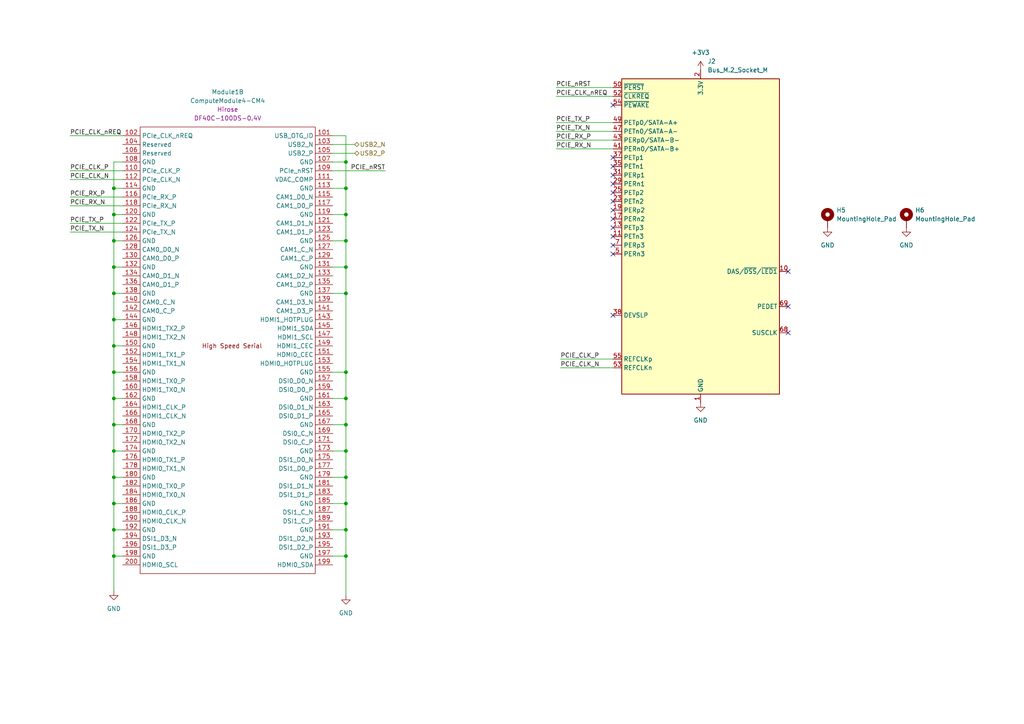
<source format=kicad_sch>
(kicad_sch (version 20211123) (generator eeschema)
  (paper "A4")
  (lib_symbols
    (symbol "CM4IO:ComputeModule4-CM4"
      (property "Reference" "Module" (at 113.03 -68.58 0))
      (property "Value" "ComputeModule4-CM4" (at 140.97 2.54 0))
      (property "Field4" "Hirose" (at 0 0 0))
      (property "Field5" "2x DF40C-100DS-0.4V" (at 0 -2.54 0))
      (symbol "ComputeModule4-CM4_1_0"
        (text "GPIO" (at 0 6.35 0) (effects (font (size 1.27 1.27))))
      )
      (symbol "ComputeModule4-CM4_1_1"
        (rectangle (start -30.48 -71.12) (end 25.4 58.42))
        (text "600mA Max" (at -8.89 -53.34 0) (effects (font (size 1.27 1.27))))
        (text "600mA Max" (at -8.89 -48.26 0) (effects (font (size 1.27 1.27))))
        (text "NB SD signals are only available" (at -1.27 -27.94 0) (effects (font (size 1.27 1.27))))
        (text "on modules without eMMC" (at -1.27 -30.48 0) (effects (font (size 1.27 1.27))))
        (pin power_in line (at 27.94 55.88 180) (length 2.54) (name "GND") (number "1"))
        (pin passive line (at -33.02 45.72 0) (length 2.54) (name "Ethernet_Pair0_N") (number "10"))
        (pin output line (at -33.02 -68.58 0) (length 2.54) (name "nEXTRST") (number "100"))
        (pin passive line (at 27.94 43.18 180) (length 2.54) (name "Ethernet_Pair2_P") (number "11"))
        (pin passive line (at -33.02 43.18 0) (length 2.54) (name "Ethernet_Pair0_P") (number "12"))
        (pin power_in line (at 27.94 40.64 180) (length 2.54) (name "GND") (number "13"))
        (pin power_in line (at -33.02 40.64 0) (length 2.54) (name "GND") (number "14"))
        (pin output line (at 27.94 38.1 180) (length 2.54) (name "Ethernet_nLED3(3.3v)") (number "15"))
        (pin input line (at -33.02 38.1 0) (length 2.54) (name "Ethernet_SYNC_IN(1.8v)") (number "16"))
        (pin output line (at 27.94 35.56 180) (length 2.54) (name "Ethernet_nLED2(3.3v)") (number "17"))
        (pin input line (at -33.02 35.56 0) (length 2.54) (name "Ethernet_SYNC_OUT(1.8v)") (number "18"))
        (pin output line (at 27.94 33.02 180) (length 2.54) (name "Ethernet_nLED1(3.3v)") (number "19"))
        (pin power_in line (at -33.02 55.88 0) (length 2.54) (name "GND") (number "2"))
        (pin passive line (at -33.02 33.02 0) (length 2.54) (name "EEPROM_nWP") (number "20"))
        (pin open_collector line (at 27.94 30.48 180) (length 2.54) (name "PI_nLED_Activity") (number "21"))
        (pin power_in line (at -33.02 30.48 0) (length 2.54) (name "GND") (number "22"))
        (pin power_in line (at 27.94 27.94 180) (length 2.54) (name "GND") (number "23"))
        (pin passive line (at -33.02 27.94 0) (length 2.54) (name "GPIO26") (number "24"))
        (pin passive line (at 27.94 25.4 180) (length 2.54) (name "GPIO21") (number "25"))
        (pin passive line (at -33.02 25.4 0) (length 2.54) (name "GPIO19") (number "26"))
        (pin passive line (at 27.94 22.86 180) (length 2.54) (name "GPIO20") (number "27"))
        (pin passive line (at -33.02 22.86 0) (length 2.54) (name "GPIO13") (number "28"))
        (pin passive line (at 27.94 20.32 180) (length 2.54) (name "GPIO16") (number "29"))
        (pin passive line (at 27.94 53.34 180) (length 2.54) (name "Ethernet_Pair3_P") (number "3"))
        (pin passive line (at -33.02 20.32 0) (length 2.54) (name "GPIO6") (number "30"))
        (pin passive line (at 27.94 17.78 180) (length 2.54) (name "GPIO12") (number "31"))
        (pin power_in line (at -33.02 17.78 0) (length 2.54) (name "GND") (number "32"))
        (pin power_in line (at 27.94 15.24 180) (length 2.54) (name "GND") (number "33"))
        (pin passive line (at -33.02 15.24 0) (length 2.54) (name "GPIO5") (number "34"))
        (pin passive line (at 27.94 12.7 180) (length 2.54) (name "ID_SC") (number "35"))
        (pin passive line (at -33.02 12.7 0) (length 2.54) (name "ID_SD") (number "36"))
        (pin passive line (at 27.94 10.16 180) (length 2.54) (name "GPIO7") (number "37"))
        (pin passive line (at -33.02 10.16 0) (length 2.54) (name "GPIO11") (number "38"))
        (pin passive line (at 27.94 7.62 180) (length 2.54) (name "GPIO8") (number "39"))
        (pin passive line (at -33.02 53.34 0) (length 2.54) (name "Ethernet_Pair1_P") (number "4"))
        (pin passive line (at -33.02 7.62 0) (length 2.54) (name "GPIO9") (number "40"))
        (pin passive line (at 27.94 5.08 180) (length 2.54) (name "GPIO25") (number "41"))
        (pin power_in line (at -33.02 5.08 0) (length 2.54) (name "GND") (number "42"))
        (pin power_in line (at 27.94 2.54 180) (length 2.54) (name "GND") (number "43"))
        (pin passive line (at -33.02 2.54 0) (length 2.54) (name "GPIO10") (number "44"))
        (pin passive line (at 27.94 0 180) (length 2.54) (name "GPIO24") (number "45"))
        (pin passive line (at -33.02 0 0) (length 2.54) (name "GPIO22") (number "46"))
        (pin passive line (at 27.94 -2.54 180) (length 2.54) (name "GPIO23") (number "47"))
        (pin passive line (at -33.02 -2.54 0) (length 2.54) (name "GPIO27") (number "48"))
        (pin passive line (at 27.94 -5.08 180) (length 2.54) (name "GPIO18") (number "49"))
        (pin passive line (at 27.94 50.8 180) (length 2.54) (name "Ethernet_Pair3_N") (number "5"))
        (pin passive line (at -33.02 -5.08 0) (length 2.54) (name "GPIO17") (number "50"))
        (pin passive line (at 27.94 -7.62 180) (length 2.54) (name "GPIO15") (number "51"))
        (pin power_in line (at -33.02 -7.62 0) (length 2.54) (name "GND") (number "52"))
        (pin power_in line (at 27.94 -10.16 180) (length 2.54) (name "GND") (number "53"))
        (pin passive line (at -33.02 -10.16 0) (length 2.54) (name "GPIO4") (number "54"))
        (pin passive line (at 27.94 -12.7 180) (length 2.54) (name "GPIO14") (number "55"))
        (pin passive line (at -33.02 -12.7 0) (length 2.54) (name "GPIO3") (number "56"))
        (pin passive line (at 27.94 -15.24 180) (length 2.54) (name "SD_CLK") (number "57"))
        (pin passive line (at -33.02 -15.24 0) (length 2.54) (name "GPIO2") (number "58"))
        (pin power_in line (at 27.94 -17.78 180) (length 2.54) (name "GND") (number "59"))
        (pin passive line (at -33.02 50.8 0) (length 2.54) (name "Ethernet_Pair1_N") (number "6"))
        (pin power_in line (at -33.02 -17.78 0) (length 2.54) (name "GND") (number "60"))
        (pin passive line (at 27.94 -20.32 180) (length 2.54) (name "SD_DAT3") (number "61"))
        (pin passive line (at -33.02 -20.32 0) (length 2.54) (name "SD_CMD") (number "62"))
        (pin passive line (at 27.94 -22.86 180) (length 2.54) (name "SD_DAT0") (number "63"))
        (pin passive line (at -33.02 -22.86 0) (length 2.54) (name "SD_DAT5") (number "64"))
        (pin power_in line (at 27.94 -25.4 180) (length 2.54) (name "GND") (number "65"))
        (pin power_in line (at -33.02 -25.4 0) (length 2.54) (name "GND") (number "66"))
        (pin passive line (at 27.94 -27.94 180) (length 2.54) (name "SD_DAT1") (number "67"))
        (pin passive line (at -33.02 -27.94 0) (length 2.54) (name "SD_DAT4") (number "68"))
        (pin passive line (at 27.94 -30.48 180) (length 2.54) (name "SD_DAT2") (number "69"))
        (pin power_in line (at 27.94 48.26 180) (length 2.54) (name "GND") (number "7"))
        (pin passive line (at -33.02 -30.48 0) (length 2.54) (name "SD_DAT7") (number "70"))
        (pin power_in line (at 27.94 -33.02 180) (length 2.54) (name "GND") (number "71"))
        (pin passive line (at -33.02 -33.02 0) (length 2.54) (name "SD_DAT6") (number "72"))
        (pin input line (at 27.94 -35.56 180) (length 2.54) (name "SD_VDD_Override") (number "73"))
        (pin power_in line (at -33.02 -35.56 0) (length 2.54) (name "GND") (number "74"))
        (pin output line (at 27.94 -38.1 180) (length 2.54) (name "SD_PWR_ON") (number "75"))
        (pin passive line (at -33.02 -38.1 0) (length 2.54) (name "Reserved") (number "76"))
        (pin power_in line (at 27.94 -40.64 180) (length 2.54) (name "+5v_(Input)") (number "77"))
        (pin power_in line (at -33.02 -40.64 0) (length 2.54) (name "GPIO_VREF(1.8v/3.3v_Input)") (number "78"))
        (pin power_in line (at 27.94 -43.18 180) (length 2.54) (name "+5v_(Input)") (number "79"))
        (pin power_in line (at -33.02 48.26 0) (length 2.54) (name "GND") (number "8"))
        (pin passive line (at -33.02 -43.18 0) (length 2.54) (name "SCL0") (number "80"))
        (pin power_in line (at 27.94 -45.72 180) (length 2.54) (name "+5v_(Input)") (number "81"))
        (pin passive line (at -33.02 -45.72 0) (length 2.54) (name "SDA0") (number "82"))
        (pin power_in line (at 27.94 -48.26 180) (length 2.54) (name "+5v_(Input)") (number "83"))
        (pin power_out line (at -33.02 -48.26 0) (length 2.54) (name "+3.3v_(Output)") (number "84"))
        (pin power_in line (at 27.94 -50.8 180) (length 2.54) (name "+5v_(Input)") (number "85"))
        (pin power_out line (at -33.02 -50.8 0) (length 2.54) (name "+3.3v_(Output)") (number "86"))
        (pin power_in line (at 27.94 -53.34 180) (length 2.54) (name "+5v_(Input)") (number "87"))
        (pin power_out line (at -33.02 -53.34 0) (length 2.54) (name "+1.8v_(Output)") (number "88"))
        (pin power_in line (at 27.94 -55.88 180) (length 2.54) (name "WiFi_nDisable") (number "89"))
        (pin passive line (at 27.94 45.72 180) (length 2.54) (name "Ethernet_Pair2_N") (number "9"))
        (pin power_out line (at -33.02 -55.88 0) (length 2.54) (name "+1.8v_(Output)") (number "90"))
        (pin power_in line (at 27.94 -58.42 180) (length 2.54) (name "BT_nDisable") (number "91"))
        (pin passive line (at -33.02 -58.42 0) (length 2.54) (name "RUN_PG") (number "92"))
        (pin input line (at 27.94 -60.96 180) (length 2.54) (name "nRPIBOOT") (number "93"))
        (pin passive line (at -33.02 -60.96 0) (length 2.54) (name "AnalogIP1") (number "94"))
        (pin output line (at 27.94 -63.5 180) (length 2.54) (name "nPI_LED_PWR") (number "95"))
        (pin passive line (at -33.02 -63.5 0) (length 2.54) (name "AnalogIP0") (number "96"))
        (pin passive line (at 27.94 -66.04 180) (length 2.54) (name "Camera_GPIO") (number "97"))
        (pin power_in line (at -33.02 -66.04 0) (length 2.54) (name "GND") (number "98"))
        (pin input line (at 27.94 -68.58 180) (length 2.54) (name "Global_EN") (number "99"))
      )
      (symbol "ComputeModule4-CM4_2_1"
        (rectangle (start 114.3 -66.04) (end 165.1 63.5))
        (text "High Speed Serial" (at 140.97 0 0) (effects (font (size 1.27 1.27))))
        (pin input line (at 170.18 60.96 180) (length 5.08) (name "USB_OTG_ID") (number "101"))
        (pin input line (at 109.22 60.96 0) (length 5.08) (name "PCIe_CLK_nREQ") (number "102"))
        (pin passive line (at 170.18 58.42 180) (length 5.08) (name "USB2_N") (number "103"))
        (pin passive line (at 109.22 58.42 0) (length 5.08) (name "Reserved") (number "104"))
        (pin passive line (at 170.18 55.88 180) (length 5.08) (name "USB2_P") (number "105"))
        (pin passive line (at 109.22 55.88 0) (length 5.08) (name "Reserved") (number "106"))
        (pin power_in line (at 170.18 53.34 180) (length 5.08) (name "GND") (number "107"))
        (pin power_in line (at 109.22 53.34 0) (length 5.08) (name "GND") (number "108"))
        (pin bidirectional line (at 170.18 50.8 180) (length 5.08) (name "PCIe_nRST") (number "109"))
        (pin output line (at 109.22 50.8 0) (length 5.08) (name "PCIe_CLK_P") (number "110"))
        (pin passive line (at 170.18 48.26 180) (length 5.08) (name "VDAC_COMP") (number "111"))
        (pin output line (at 109.22 48.26 0) (length 5.08) (name "PCIe_CLK_N") (number "112"))
        (pin power_in line (at 170.18 45.72 180) (length 5.08) (name "GND") (number "113"))
        (pin power_in line (at 109.22 45.72 0) (length 5.08) (name "GND") (number "114"))
        (pin input line (at 170.18 43.18 180) (length 5.08) (name "CAM1_D0_N") (number "115"))
        (pin input line (at 109.22 43.18 0) (length 5.08) (name "PCIe_RX_P") (number "116"))
        (pin input line (at 170.18 40.64 180) (length 5.08) (name "CAM1_D0_P") (number "117"))
        (pin input line (at 109.22 40.64 0) (length 5.08) (name "PCIe_RX_N") (number "118"))
        (pin power_in line (at 170.18 38.1 180) (length 5.08) (name "GND") (number "119"))
        (pin power_in line (at 109.22 38.1 0) (length 5.08) (name "GND") (number "120"))
        (pin input line (at 170.18 35.56 180) (length 5.08) (name "CAM1_D1_N") (number "121"))
        (pin output line (at 109.22 35.56 0) (length 5.08) (name "PCIe_TX_P") (number "122"))
        (pin input line (at 170.18 33.02 180) (length 5.08) (name "CAM1_D1_P") (number "123"))
        (pin output line (at 109.22 33.02 0) (length 5.08) (name "PCIe_TX_N") (number "124"))
        (pin power_in line (at 170.18 30.48 180) (length 5.08) (name "GND") (number "125"))
        (pin power_in line (at 109.22 30.48 0) (length 5.08) (name "GND") (number "126"))
        (pin input line (at 170.18 27.94 180) (length 5.08) (name "CAM1_C_N") (number "127"))
        (pin input line (at 109.22 27.94 0) (length 5.08) (name "CAM0_D0_N") (number "128"))
        (pin input line (at 170.18 25.4 180) (length 5.08) (name "CAM1_C_P") (number "129"))
        (pin input line (at 109.22 25.4 0) (length 5.08) (name "CAM0_D0_P") (number "130"))
        (pin power_in line (at 170.18 22.86 180) (length 5.08) (name "GND") (number "131"))
        (pin power_in line (at 109.22 22.86 0) (length 5.08) (name "GND") (number "132"))
        (pin input line (at 170.18 20.32 180) (length 5.08) (name "CAM1_D2_N") (number "133"))
        (pin input line (at 109.22 20.32 0) (length 5.08) (name "CAM0_D1_N") (number "134"))
        (pin input line (at 170.18 17.78 180) (length 5.08) (name "CAM1_D2_P") (number "135"))
        (pin input line (at 109.22 17.78 0) (length 5.08) (name "CAM0_D1_P") (number "136"))
        (pin power_in line (at 170.18 15.24 180) (length 5.08) (name "GND") (number "137"))
        (pin power_in line (at 109.22 15.24 0) (length 5.08) (name "GND") (number "138"))
        (pin input line (at 170.18 12.7 180) (length 5.08) (name "CAM1_D3_N") (number "139"))
        (pin input line (at 109.22 12.7 0) (length 5.08) (name "CAM0_C_N") (number "140"))
        (pin input line (at 170.18 10.16 180) (length 5.08) (name "CAM1_D3_P") (number "141"))
        (pin input line (at 109.22 10.16 0) (length 5.08) (name "CAM0_C_P") (number "142"))
        (pin input line (at 170.18 7.62 180) (length 5.08) (name "HDMI1_HOTPLUG") (number "143"))
        (pin power_in line (at 109.22 7.62 0) (length 5.08) (name "GND") (number "144"))
        (pin bidirectional line (at 170.18 5.08 180) (length 5.08) (name "HDMI1_SDA") (number "145"))
        (pin output line (at 109.22 5.08 0) (length 5.08) (name "HDMI1_TX2_P") (number "146"))
        (pin open_collector line (at 170.18 2.54 180) (length 5.08) (name "HDMI1_SCL") (number "147"))
        (pin output line (at 109.22 2.54 0) (length 5.08) (name "HDMI1_TX2_N") (number "148"))
        (pin open_collector line (at 170.18 0 180) (length 5.08) (name "HDMI1_CEC") (number "149"))
        (pin power_in line (at 109.22 0 0) (length 5.08) (name "GND") (number "150"))
        (pin open_collector line (at 170.18 -2.54 180) (length 5.08) (name "HDMI0_CEC") (number "151"))
        (pin output line (at 109.22 -2.54 0) (length 5.08) (name "HDMI1_TX1_P") (number "152"))
        (pin input line (at 170.18 -5.08 180) (length 5.08) (name "HDMI0_HOTPLUG") (number "153"))
        (pin output line (at 109.22 -5.08 0) (length 5.08) (name "HDMI1_TX1_N") (number "154"))
        (pin power_in line (at 170.18 -7.62 180) (length 5.08) (name "GND") (number "155"))
        (pin power_in line (at 109.22 -7.62 0) (length 5.08) (name "GND") (number "156"))
        (pin output line (at 170.18 -10.16 180) (length 5.08) (name "DSI0_D0_N") (number "157"))
        (pin output line (at 109.22 -10.16 0) (length 5.08) (name "HDMI1_TX0_P") (number "158"))
        (pin output line (at 170.18 -12.7 180) (length 5.08) (name "DSI0_D0_P") (number "159"))
        (pin output line (at 109.22 -12.7 0) (length 5.08) (name "HDMI1_TX0_N") (number "160"))
        (pin power_in line (at 170.18 -15.24 180) (length 5.08) (name "GND") (number "161"))
        (pin power_in line (at 109.22 -15.24 0) (length 5.08) (name "GND") (number "162"))
        (pin output line (at 170.18 -17.78 180) (length 5.08) (name "DSI0_D1_N") (number "163"))
        (pin output line (at 109.22 -17.78 0) (length 5.08) (name "HDMI1_CLK_P") (number "164"))
        (pin output line (at 170.18 -20.32 180) (length 5.08) (name "DSI0_D1_P") (number "165"))
        (pin output line (at 109.22 -20.32 0) (length 5.08) (name "HDMI1_CLK_N") (number "166"))
        (pin power_in line (at 170.18 -22.86 180) (length 5.08) (name "GND") (number "167"))
        (pin power_in line (at 109.22 -22.86 0) (length 5.08) (name "GND") (number "168"))
        (pin output line (at 170.18 -25.4 180) (length 5.08) (name "DSI0_C_N") (number "169"))
        (pin output line (at 109.22 -25.4 0) (length 5.08) (name "HDMI0_TX2_P") (number "170"))
        (pin output line (at 170.18 -27.94 180) (length 5.08) (name "DSI0_C_P") (number "171"))
        (pin output line (at 109.22 -27.94 0) (length 5.08) (name "HDMI0_TX2_N") (number "172"))
        (pin power_in line (at 170.18 -30.48 180) (length 5.08) (name "GND") (number "173"))
        (pin power_in line (at 109.22 -30.48 0) (length 5.08) (name "GND") (number "174"))
        (pin output line (at 170.18 -33.02 180) (length 5.08) (name "DSI1_D0_N") (number "175"))
        (pin output line (at 109.22 -33.02 0) (length 5.08) (name "HDMI0_TX1_P") (number "176"))
        (pin output line (at 170.18 -35.56 180) (length 5.08) (name "DSI1_D0_P") (number "177"))
        (pin output line (at 109.22 -35.56 0) (length 5.08) (name "HDMI0_TX1_N") (number "178"))
        (pin power_in line (at 170.18 -38.1 180) (length 5.08) (name "GND") (number "179"))
        (pin power_in line (at 109.22 -38.1 0) (length 5.08) (name "GND") (number "180"))
        (pin output line (at 170.18 -40.64 180) (length 5.08) (name "DSI1_D1_N") (number "181"))
        (pin output line (at 109.22 -40.64 0) (length 5.08) (name "HDMI0_TX0_P") (number "182"))
        (pin output line (at 170.18 -43.18 180) (length 5.08) (name "DSI1_D1_P") (number "183"))
        (pin output line (at 109.22 -43.18 0) (length 5.08) (name "HDMI0_TX0_N") (number "184"))
        (pin power_in line (at 170.18 -45.72 180) (length 5.08) (name "GND") (number "185"))
        (pin power_in line (at 109.22 -45.72 0) (length 5.08) (name "GND") (number "186"))
        (pin output line (at 170.18 -48.26 180) (length 5.08) (name "DSI1_C_N") (number "187"))
        (pin output line (at 109.22 -48.26 0) (length 5.08) (name "HDMI0_CLK_P") (number "188"))
        (pin output line (at 170.18 -50.8 180) (length 5.08) (name "DSI1_C_P") (number "189"))
        (pin output line (at 109.22 -50.8 0) (length 5.08) (name "HDMI0_CLK_N") (number "190"))
        (pin power_in line (at 170.18 -53.34 180) (length 5.08) (name "GND") (number "191"))
        (pin power_in line (at 109.22 -53.34 0) (length 5.08) (name "GND") (number "192"))
        (pin output line (at 170.18 -55.88 180) (length 5.08) (name "DSI1_D2_N") (number "193"))
        (pin output line (at 109.22 -55.88 0) (length 5.08) (name "DSI1_D3_N") (number "194"))
        (pin output line (at 170.18 -58.42 180) (length 5.08) (name "DSI1_D2_P") (number "195"))
        (pin output line (at 109.22 -58.42 0) (length 5.08) (name "DSI1_D3_P") (number "196"))
        (pin power_in line (at 170.18 -60.96 180) (length 5.08) (name "GND") (number "197"))
        (pin power_in line (at 109.22 -60.96 0) (length 5.08) (name "GND") (number "198"))
        (pin bidirectional line (at 170.18 -63.5 180) (length 5.08) (name "HDMI0_SDA") (number "199"))
        (pin open_collector line (at 109.22 -63.5 0) (length 5.08) (name "HDMI0_SCL") (number "200"))
      )
    )
    (symbol "Connector:Bus_M.2_Socket_M"
      (property "Reference" "J" (at -22.86 46.99 0))
      (property "Value" "Bus_M.2_Socket_M" (at 16.51 46.99 0))
      (symbol "Bus_M.2_Socket_M_0_1"
        (rectangle (start -22.86 45.72) (end 22.86 -45.72) (stroke (width 0.254)) (fill (type background)))
      )
      (symbol "Bus_M.2_Socket_M_1_1"
        (pin power_in line (at 0 -48.26 90) (length 2.54) (name "GND") (number "1"))
        (pin bidirectional line (at 25.4 -10.16 180) (length 2.54) (name "DAS/~{DSS}/~{LED1}") (number "10"))
        (pin output line (at -25.4 0 0) (length 2.54) (name "PETn3") (number "11"))
        (pin passive line (at 0 48.26 270) (length 2.54) hide (name "3.3V") (number "12"))
        (pin output line (at -25.4 2.54 0) (length 2.54) (name "PETp3") (number "13"))
        (pin passive line (at 0 48.26 270) (length 2.54) hide (name "3.3V") (number "14"))
        (pin passive line (at 0 -48.26 90) (length 2.54) hide (name "GND") (number "15"))
        (pin passive line (at 0 48.26 270) (length 2.54) hide (name "3.3V") (number "16"))
        (pin input line (at -25.4 5.08 0) (length 2.54) (name "PERn2") (number "17"))
        (pin passive line (at 0 48.26 270) (length 2.54) hide (name "3.3V") (number "18"))
        (pin input line (at -25.4 7.62 0) (length 2.54) (name "PERp2") (number "19"))
        (pin power_in line (at 0 48.26 270) (length 2.54) (name "3.3V") (number "2"))
        (pin no_connect line (at 22.86 2.54 180) (length 2.54) hide (name "NC") (number "20"))
        (pin passive line (at 0 -48.26 90) (length 2.54) hide (name "GND") (number "21"))
        (pin no_connect line (at 22.86 5.08 180) (length 2.54) hide (name "NC") (number "22"))
        (pin output line (at -25.4 10.16 0) (length 2.54) (name "PETn2") (number "23"))
        (pin no_connect line (at 22.86 7.62 180) (length 2.54) hide (name "NC") (number "24"))
        (pin output line (at -25.4 12.7 0) (length 2.54) (name "PETp2") (number "25"))
        (pin no_connect line (at 22.86 10.16 180) (length 2.54) hide (name "NC") (number "26"))
        (pin passive line (at 0 -48.26 90) (length 2.54) hide (name "GND") (number "27"))
        (pin no_connect line (at 22.86 12.7 180) (length 2.54) hide (name "NC") (number "28"))
        (pin input line (at -25.4 15.24 0) (length 2.54) (name "PERn1") (number "29"))
        (pin passive line (at 0 -48.26 90) (length 2.54) hide (name "GND") (number "3"))
        (pin no_connect line (at 22.86 15.24 180) (length 2.54) hide (name "NC") (number "30"))
        (pin input line (at -25.4 17.78 0) (length 2.54) (name "PERp1") (number "31"))
        (pin no_connect line (at 22.86 17.78 180) (length 2.54) hide (name "NC") (number "32"))
        (pin passive line (at 0 -48.26 90) (length 2.54) hide (name "GND") (number "33"))
        (pin no_connect line (at 22.86 20.32 180) (length 2.54) hide (name "NC") (number "34"))
        (pin output line (at -25.4 20.32 0) (length 2.54) (name "PETn1") (number "35"))
        (pin no_connect line (at 22.86 22.86 180) (length 2.54) hide (name "NC") (number "36"))
        (pin output line (at -25.4 22.86 0) (length 2.54) (name "PETp1") (number "37"))
        (pin output line (at -25.4 -22.86 0) (length 2.54) (name "DEVSLP") (number "38"))
        (pin passive line (at 0 -48.26 90) (length 2.54) hide (name "GND") (number "39"))
        (pin passive line (at 0 48.26 270) (length 2.54) hide (name "3.3V") (number "4"))
        (pin no_connect line (at 22.86 25.4 180) (length 2.54) hide (name "NC") (number "40"))
        (pin input line (at -25.4 25.4 0) (length 2.54) (name "PERn0/SATA-B+") (number "41"))
        (pin no_connect line (at 22.86 27.94 180) (length 2.54) hide (name "NC") (number "42"))
        (pin input line (at -25.4 27.94 0) (length 2.54) (name "PERp0/SATA-B-") (number "43"))
        (pin no_connect line (at 22.86 30.48 180) (length 2.54) hide (name "NC") (number "44"))
        (pin passive line (at 0 -48.26 90) (length 2.54) hide (name "GND") (number "45"))
        (pin no_connect line (at 22.86 33.02 180) (length 2.54) hide (name "NC") (number "46"))
        (pin output line (at -25.4 30.48 0) (length 2.54) (name "PETn0/SATA-A-") (number "47"))
        (pin no_connect line (at 22.86 35.56 180) (length 2.54) hide (name "NC") (number "48"))
        (pin output line (at -25.4 33.02 0) (length 2.54) (name "PETp0/SATA-A+") (number "49"))
        (pin input line (at -25.4 -5.08 0) (length 2.54) (name "PERn3") (number "5"))
        (pin output line (at -25.4 43.18 0) (length 2.54) (name "~{PERST}") (number "50"))
        (pin passive line (at 0 -48.26 90) (length 2.54) hide (name "GND") (number "51"))
        (pin bidirectional line (at -25.4 40.64 0) (length 2.54) (name "~{CLKREQ}") (number "52"))
        (pin output line (at -25.4 -38.1 0) (length 2.54) (name "REFCLKn") (number "53"))
        (pin bidirectional line (at -25.4 38.1 0) (length 2.54) (name "~{PEWAKE}") (number "54"))
        (pin output line (at -25.4 -35.56 0) (length 2.54) (name "REFCLKp") (number "55"))
        (pin no_connect line (at 22.86 38.1 180) (length 2.54) hide (name "NC") (number "56"))
        (pin passive line (at 0 -48.26 90) (length 2.54) hide (name "GND") (number "57"))
        (pin no_connect line (at 22.86 40.64 180) (length 2.54) hide (name "NC") (number "58"))
        (pin no_connect line (at 22.86 -2.54 180) (length 2.54) hide (name "NC") (number "6"))
        (pin no_connect line (at 22.86 -5.08 180) (length 2.54) hide (name "NC") (number "67"))
        (pin output line (at 25.4 -27.94 180) (length 2.54) (name "SUSCLK") (number "68"))
        (pin passive line (at 25.4 -20.32 180) (length 2.54) (name "PEDET") (number "69"))
        (pin input line (at -25.4 -2.54 0) (length 2.54) (name "PERp3") (number "7"))
        (pin passive line (at 0 48.26 270) (length 2.54) hide (name "3.3V") (number "70"))
        (pin passive line (at 0 -48.26 90) (length 2.54) hide (name "GND") (number "71"))
        (pin passive line (at 0 48.26 270) (length 2.54) hide (name "3.3V") (number "72"))
        (pin passive line (at 0 -48.26 90) (length 2.54) hide (name "GND") (number "73"))
        (pin passive line (at 0 48.26 270) (length 2.54) hide (name "3.3V") (number "74"))
        (pin passive line (at 0 -48.26 90) (length 2.54) hide (name "GND") (number "75"))
        (pin no_connect line (at 22.86 0 180) (length 2.54) hide (name "NC") (number "8"))
        (pin passive line (at 0 -48.26 90) (length 2.54) hide (name "GND") (number "9"))
      )
    )
    (symbol "Mechanical:MountingHole_Pad" (pin_numbers hide) (pin_names (offset 1.016) hide)
      (property "Reference" "H" (at 0 6.35 0))
      (property "Value" "MountingHole_Pad" (at 0 4.445 0))
      (symbol "MountingHole_Pad_0_1"
        (circle (center 0 1.27) (radius 1.27) (stroke (width 1.27)))
      )
      (symbol "MountingHole_Pad_1_1"
        (pin input line (at 0 -2.54 90) (length 2.54) (name "1") (number "1"))
      )
    )
    (symbol "power:+3V3" (power) (pin_names (offset 0))
      (property "Value" "+3V3" (at 0 3.556 0))
      (symbol "+3V3_0_1"
        (polyline (pts (xy -0.762 1.27) (xy 0 2.54)))
        (polyline (pts (xy 0 0) (xy 0 2.54)))
        (polyline (pts (xy 0 2.54) (xy 0.762 1.27)))
      )
      (symbol "+3V3_1_1"
        (pin power_in line (at 0 0 90) (length 0) hide (name "+3V3") (number "1"))
      )
    )
    (symbol "power:GND" (power) (pin_names (offset 0))
      (property "Value" "GND" (at 0 -3.81 0))
      (symbol "GND_0_1"
        (polyline (pts (xy 0 0) (xy 0 -1.27) (xy 1.27 -1.27) (xy 0 -2.54) (xy -1.27 -1.27) (xy 0 -1.27)))
      )
      (symbol "GND_1_1"
        (pin power_in line (at 0 0 270) (length 0) hide (name "GND") (number "1"))
      )
    )
  )
  (junction (at 100.33 115.57))
  (junction (at 33.02 107.95))
  (junction (at 100.33 85.09))
  (junction (at 100.33 130.81))
  (junction (at 100.33 153.67))
  (junction (at 33.02 161.29))
  (junction (at 33.02 69.85))
  (junction (at 33.02 54.61))
  (junction (at 33.02 85.09))
  (junction (at 100.33 77.47))
  (junction (at 100.33 146.05))
  (junction (at 33.02 146.05))
  (junction (at 33.02 115.57))
  (junction (at 33.02 153.67))
  (junction (at 33.02 100.33))
  (junction (at 33.02 138.43))
  (junction (at 100.33 123.19))
  (junction (at 33.02 62.23))
  (junction (at 100.33 107.95))
  (junction (at 33.02 77.47))
  (junction (at 100.33 138.43))
  (junction (at 100.33 54.61))
  (junction (at 33.02 123.19))
  (junction (at 33.02 130.81))
  (junction (at 100.33 46.99))
  (junction (at 100.33 69.85))
  (junction (at 100.33 62.23))
  (junction (at 100.33 161.29))
  (junction (at 33.02 92.71))
  (no_connect (at 177.8 30.48))
  (no_connect (at 177.8 53.34))
  (no_connect (at 177.8 45.72))
  (no_connect (at 177.8 48.26))
  (no_connect (at 177.8 50.8))
  (no_connect (at 177.8 73.66))
  (no_connect (at 177.8 91.44))
  (no_connect (at 177.8 71.12))
  (no_connect (at 177.8 63.5))
  (no_connect (at 177.8 66.04))
  (no_connect (at 177.8 58.42))
  (no_connect (at 177.8 60.96))
  (no_connect (at 177.8 68.58))
  (no_connect (at 177.8 55.88))
  (no_connect (at 228.6 96.52))
  (no_connect (at 228.6 88.9))
  (no_connect (at 228.6 78.74))
  (wire (pts (xy 33.02 130.81) (xy 33.02 138.43)))
  (wire (pts (xy 33.02 69.85) (xy 33.02 77.47)))
  (wire (pts (xy 33.02 123.19) (xy 33.02 130.81)))
  (wire (pts (xy 96.52 54.61) (xy 100.33 54.61)))
  (wire (pts (xy 161.29 38.1) (xy 177.8 38.1)))
  (wire (pts (xy 33.02 153.67) (xy 33.02 161.29)))
  (wire (pts (xy 35.56 46.99) (xy 33.02 46.99)))
  (wire (pts (xy 161.29 40.64) (xy 177.8 40.64)))
  (wire (pts (xy 100.33 39.37) (xy 100.33 46.99)))
  (wire (pts (xy 96.52 146.05) (xy 100.33 146.05)))
  (wire (pts (xy 100.33 85.09) (xy 100.33 107.95)))
  (wire (pts (xy 100.33 62.23) (xy 100.33 69.85)))
  (wire (pts (xy 33.02 161.29) (xy 33.02 171.45)))
  (wire (pts (xy 100.33 153.67) (xy 100.33 161.29)))
  (wire (pts (xy 20.32 57.15) (xy 35.56 57.15)))
  (wire (pts (xy 20.32 67.31) (xy 35.56 67.31)))
  (wire (pts (xy 96.52 62.23) (xy 100.33 62.23)))
  (wire (pts (xy 96.52 161.29) (xy 100.33 161.29)))
  (wire (pts (xy 33.02 107.95) (xy 35.56 107.95)))
  (wire (pts (xy 33.02 92.71) (xy 35.56 92.71)))
  (wire (pts (xy 33.02 85.09) (xy 33.02 92.71)))
  (wire (pts (xy 33.02 62.23) (xy 33.02 69.85)))
  (wire (pts (xy 96.52 85.09) (xy 100.33 85.09)))
  (wire (pts (xy 33.02 100.33) (xy 33.02 107.95)))
  (wire (pts (xy 96.52 39.37) (xy 100.33 39.37)))
  (wire (pts (xy 96.52 46.99) (xy 100.33 46.99)))
  (wire (pts (xy 33.02 146.05) (xy 35.56 146.05)))
  (wire (pts (xy 20.32 39.37) (xy 35.56 39.37)))
  (wire (pts (xy 33.02 77.47) (xy 33.02 85.09)))
  (wire (pts (xy 33.02 62.23) (xy 35.56 62.23)))
  (wire (pts (xy 161.29 25.4) (xy 177.8 25.4)))
  (wire (pts (xy 100.33 77.47) (xy 100.33 85.09)))
  (wire (pts (xy 33.02 46.99) (xy 33.02 54.61)))
  (wire (pts (xy 33.02 54.61) (xy 33.02 62.23)))
  (wire (pts (xy 20.32 59.69) (xy 35.56 59.69)))
  (wire (pts (xy 100.33 161.29) (xy 100.33 172.72)))
  (wire (pts (xy 102.87 44.45) (xy 96.52 44.45)))
  (wire (pts (xy 33.02 92.71) (xy 33.02 100.33)))
  (wire (pts (xy 20.32 49.53) (xy 35.56 49.53)))
  (wire (pts (xy 100.33 138.43) (xy 100.33 146.05)))
  (wire (pts (xy 161.29 35.56) (xy 177.8 35.56)))
  (wire (pts (xy 96.52 107.95) (xy 100.33 107.95)))
  (wire (pts (xy 33.02 100.33) (xy 35.56 100.33)))
  (wire (pts (xy 20.32 64.77) (xy 35.56 64.77)))
  (wire (pts (xy 100.33 130.81) (xy 100.33 138.43)))
  (wire (pts (xy 96.52 69.85) (xy 100.33 69.85)))
  (wire (pts (xy 33.02 107.95) (xy 33.02 115.57)))
  (wire (pts (xy 33.02 138.43) (xy 33.02 146.05)))
  (wire (pts (xy 96.52 115.57) (xy 100.33 115.57)))
  (wire (pts (xy 33.02 146.05) (xy 33.02 153.67)))
  (wire (pts (xy 33.02 77.47) (xy 35.56 77.47)))
  (wire (pts (xy 162.56 106.68) (xy 177.8 106.68)))
  (wire (pts (xy 33.02 138.43) (xy 35.56 138.43)))
  (wire (pts (xy 33.02 161.29) (xy 35.56 161.29)))
  (wire (pts (xy 111.76 49.53) (xy 96.52 49.53)))
  (wire (pts (xy 100.33 123.19) (xy 100.33 130.81)))
  (wire (pts (xy 96.52 153.67) (xy 100.33 153.67)))
  (wire (pts (xy 100.33 107.95) (xy 100.33 115.57)))
  (wire (pts (xy 162.56 104.14) (xy 177.8 104.14)))
  (wire (pts (xy 100.33 54.61) (xy 100.33 62.23)))
  (wire (pts (xy 100.33 146.05) (xy 100.33 153.67)))
  (wire (pts (xy 96.52 123.19) (xy 100.33 123.19)))
  (wire (pts (xy 100.33 69.85) (xy 100.33 77.47)))
  (wire (pts (xy 33.02 115.57) (xy 35.56 115.57)))
  (wire (pts (xy 100.33 46.99) (xy 100.33 54.61)))
  (wire (pts (xy 96.52 138.43) (xy 100.33 138.43)))
  (wire (pts (xy 161.29 27.94) (xy 177.8 27.94)))
  (wire (pts (xy 161.29 43.18) (xy 177.8 43.18)))
  (wire (pts (xy 33.02 85.09) (xy 35.56 85.09)))
  (wire (pts (xy 96.52 130.81) (xy 100.33 130.81)))
  (wire (pts (xy 33.02 115.57) (xy 33.02 123.19)))
  (wire (pts (xy 20.32 52.07) (xy 35.56 52.07)))
  (wire (pts (xy 100.33 115.57) (xy 100.33 123.19)))
  (wire (pts (xy 96.52 77.47) (xy 100.33 77.47)))
  (wire (pts (xy 33.02 69.85) (xy 35.56 69.85)))
  (wire (pts (xy 102.87 41.91) (xy 96.52 41.91)))
  (wire (pts (xy 33.02 153.67) (xy 35.56 153.67)))
  (wire (pts (xy 33.02 54.61) (xy 35.56 54.61)))
  (wire (pts (xy 33.02 123.19) (xy 35.56 123.19)))
  (wire (pts (xy 33.02 130.81) (xy 35.56 130.81)))
  (label "PCIE_TX_P" (at 161.29 35.56 0))
  (label "PCIE_RX_P" (at 161.29 40.64 0))
  (label "PCIE_CLK_N" (at 162.56 106.68 0))
  (label "PCIE_RX_P" (at 20.32 57.15 0))
  (label "PCIE_nRST" (at 161.29 25.4 0))
  (label "PCIE_RX_N" (at 161.29 43.18 0))
  (label "PCIE_CLK_P" (at 162.56 104.14 0))
  (label "PCIE_CLK_N" (at 20.32 52.07 0))
  (label "PCIE_TX_N" (at 20.32 67.31 0))
  (label "PCIE_CLK_nREQ" (at 20.32 39.37 0))
  (label "PCIE_CLK_nREQ" (at 161.29 27.94 0))
  (label "PCIE_CLK_P" (at 20.32 49.53 0))
  (label "PCIE_RX_N" (at 20.32 59.69 0))
  (label "PCIE_nRST" (at 111.76 49.53 180))
  (label "PCIE_TX_P" (at 20.32 64.77 0))
  (label "PCIE_TX_N" (at 161.29 38.1 0))
  (hierarchical_label "USB2_P" (shape bidirectional) (at 102.87 44.45 0))
  (hierarchical_label "USB2_N" (shape bidirectional) (at 102.87 41.91 0))
  (symbol (lib_id "power:GND") (at 240.03 66.04 0) (unit 1)
    (property "Reference" "#PWR0121" (effects hide))
    (property "Value" "GND" (at 240.03 71.12 0))
  )
  (symbol (lib_id "power:GND") (at 33.02 171.45 0) (unit 1)
    (property "Reference" "#PWR0111" (effects hide))
    (property "Value" "GND" (at 33.02 176.53 0))
  )
  (symbol (lib_id "CM4IO:ComputeModule4-CM4") (at -73.66 100.33 0) (unit 2)
    (property "Reference" "Module1" (at 66.04 26.67 0))
    (property "Value" "ComputeModule4-CM4" (at 66.04 29.21 0))
    (property "Footprint" "CM4IO:Raspberry-Pi-4-Compute-Module" (effects hide))
    (property "Field4" "Hirose" (at 66.04 31.75 0))
    (property "MPN" "DF40C-100DS-0.4V" (at 66.04 34.29 0))
  )
  (symbol (lib_id "Connector:Bus_M.2_Socket_M") (at 203.2 68.58 0) (unit 1)
    (property "Reference" "J2" (at 205.2194 17.78 0) (effects (justify left)))
    (property "Value" "Bus_M.2_Socket_M" (at 205.2194 20.32 0) (effects (justify left)))
    (property "Footprint" "SM3ZS067U310:JAE_SM3ZS067U310AMR1200" (effects hide))
    (property "Datasheet" "http://read.pudn.com/downloads794/doc/project/3133918/PCIe_M.2_Electromechanical_Spec_Rev1.0_Final_11012013_RS_Clean.pdf#page=155" (effects hide))
    (property "MPN" "SM3ZS067U310AMR1200" (effects hide))
  )
  (symbol (lib_id "Mechanical:MountingHole_Pad") (at 240.03 63.5 0) (unit 1)
    (property "Reference" "H5" (at 242.57 60.9599 0) (effects (justify left)))
    (property "Value" "MountingHole_Pad" (at 242.57 63.4999 0) (effects (justify left)))
    (property "Footprint" "MountingHole:MountingHole_3.7mm_Pad" (effects hide))
    (property "MPN" "KFS2-M2" (effects hide))
  )
  (symbol (lib_id "power:GND") (at 203.2 116.84 0) (unit 1)
    (property "Reference" "#PWR0113" (effects hide))
    (property "Value" "GND" (at 203.2 121.92 0))
  )
  (symbol (lib_id "power:+3V3") (at 203.2 20.32 0) (unit 1)
    (property "Reference" "#PWR0122" (effects hide))
    (property "Value" "+3V3" (at 203.2 15.24 0))
  )
  (symbol (lib_id "power:GND") (at 100.33 172.72 0) (unit 1)
    (property "Reference" "#PWR0112" (effects hide))
    (property "Value" "GND" (at 100.33 177.8 0))
  )
  (symbol (lib_id "Mechanical:MountingHole_Pad") (at 262.89 63.5 0) (unit 1)
    (property "Reference" "H6" (at 265.43 60.9599 0) (effects (justify left)))
    (property "Value" "MountingHole_Pad" (at 265.43 63.4999 0) (effects (justify left)))
    (property "Footprint" "MountingHole:MountingHole_3.7mm_Pad" (effects hide))
    (property "MPN" "KFS2-M2" (effects hide))
  )
  (symbol (lib_id "power:GND") (at 262.89 66.04 0) (unit 1)
    (property "Reference" "#PWR0173" (effects hide))
    (property "Value" "GND" (at 262.89 71.12 0))
  )
)
</source>
